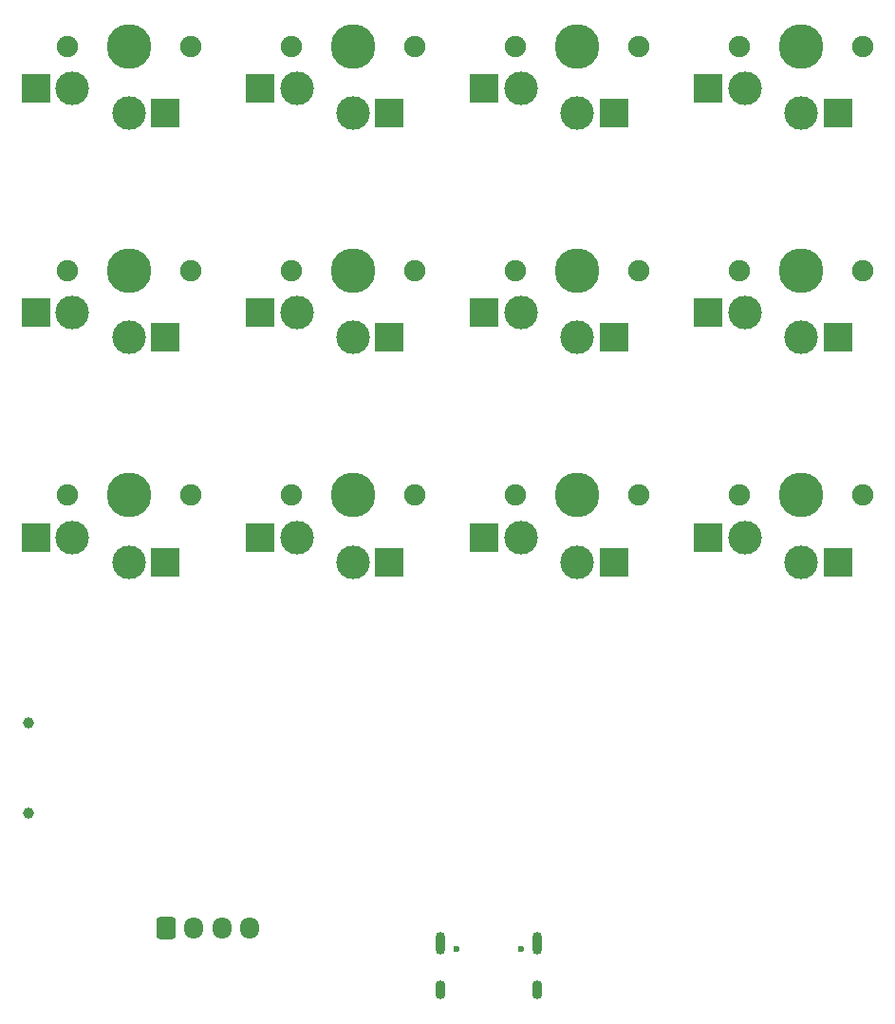
<source format=gbr>
%TF.GenerationSoftware,KiCad,Pcbnew,8.0.1*%
%TF.CreationDate,2024-09-01T11:50:54+02:00*%
%TF.ProjectId,Macro keyboard,4d616372-6f20-46b6-9579-626f6172642e,rev?*%
%TF.SameCoordinates,Original*%
%TF.FileFunction,Soldermask,Bot*%
%TF.FilePolarity,Negative*%
%FSLAX46Y46*%
G04 Gerber Fmt 4.6, Leading zero omitted, Abs format (unit mm)*
G04 Created by KiCad (PCBNEW 8.0.1) date 2024-09-01 11:50:54*
%MOMM*%
%LPD*%
G01*
G04 APERTURE LIST*
G04 Aperture macros list*
%AMRoundRect*
0 Rectangle with rounded corners*
0 $1 Rounding radius*
0 $2 $3 $4 $5 $6 $7 $8 $9 X,Y pos of 4 corners*
0 Add a 4 corners polygon primitive as box body*
4,1,4,$2,$3,$4,$5,$6,$7,$8,$9,$2,$3,0*
0 Add four circle primitives for the rounded corners*
1,1,$1+$1,$2,$3*
1,1,$1+$1,$4,$5*
1,1,$1+$1,$6,$7*
1,1,$1+$1,$8,$9*
0 Add four rect primitives between the rounded corners*
20,1,$1+$1,$2,$3,$4,$5,0*
20,1,$1+$1,$4,$5,$6,$7,0*
20,1,$1+$1,$6,$7,$8,$9,0*
20,1,$1+$1,$8,$9,$2,$3,0*%
G04 Aperture macros list end*
%ADD10RoundRect,0.250000X-0.600000X-0.725000X0.600000X-0.725000X0.600000X0.725000X-0.600000X0.725000X0*%
%ADD11O,1.700000X1.950000*%
%ADD12C,1.000000*%
%ADD13R,2.600000X2.600000*%
%ADD14C,1.900000*%
%ADD15C,3.000000*%
%ADD16C,3.987800*%
%ADD17O,0.900000X1.700000*%
%ADD18O,0.900000X2.000000*%
%ADD19C,0.600000*%
G04 APERTURE END LIST*
D10*
%TO.C,J16*%
X201050000Y-127800000D03*
D11*
X203550000Y-127800000D03*
X206050000Y-127800000D03*
X208550000Y-127800000D03*
%TD*%
D12*
%TO.C,J15*%
X188800000Y-117550000D03*
X188800000Y-109550000D03*
%TD*%
D13*
%TO.C,J13*%
X249475000Y-93000000D03*
X261025000Y-95200000D03*
D14*
X252250000Y-89250000D03*
D15*
X252750000Y-93000000D03*
X257750000Y-95200000D03*
D16*
X257750000Y-89250000D03*
D14*
X263250000Y-89250000D03*
%TD*%
D13*
%TO.C,J12*%
X249475000Y-73000000D03*
X261025000Y-75200000D03*
D14*
X252250000Y-69250000D03*
D15*
X252750000Y-73000000D03*
X257750000Y-75200000D03*
D16*
X257750000Y-69250000D03*
D14*
X263250000Y-69250000D03*
%TD*%
D13*
%TO.C,J11*%
X249475000Y-53000000D03*
X261025000Y-55200000D03*
D14*
X252250000Y-49250000D03*
D15*
X252750000Y-53000000D03*
X257750000Y-55200000D03*
D16*
X257750000Y-49250000D03*
D14*
X263250000Y-49250000D03*
%TD*%
D13*
%TO.C,J10*%
X229475000Y-93000000D03*
X241025000Y-95200000D03*
D14*
X232250000Y-89250000D03*
D15*
X232750000Y-93000000D03*
X237750000Y-95200000D03*
D16*
X237750000Y-89250000D03*
D14*
X243250000Y-89250000D03*
%TD*%
D13*
%TO.C,J9*%
X229475000Y-73000000D03*
X241025000Y-75200000D03*
D14*
X232250000Y-69250000D03*
D15*
X232750000Y-73000000D03*
X237750000Y-75200000D03*
D16*
X237750000Y-69250000D03*
D14*
X243250000Y-69250000D03*
%TD*%
D13*
%TO.C,J8*%
X229475000Y-53000000D03*
X241025000Y-55200000D03*
D14*
X232250000Y-49250000D03*
D15*
X232750000Y-53000000D03*
X237750000Y-55200000D03*
D16*
X237750000Y-49250000D03*
D14*
X243250000Y-49250000D03*
%TD*%
D13*
%TO.C,J7*%
X209475000Y-93000000D03*
X221025000Y-95200000D03*
D14*
X212250000Y-89250000D03*
D15*
X212750000Y-93000000D03*
X217750000Y-95200000D03*
D16*
X217750000Y-89250000D03*
D14*
X223250000Y-89250000D03*
%TD*%
D13*
%TO.C,J6*%
X209475000Y-73000000D03*
X221025000Y-75200000D03*
D14*
X212250000Y-69250000D03*
D15*
X212750000Y-73000000D03*
X217750000Y-75200000D03*
D16*
X217750000Y-69250000D03*
D14*
X223250000Y-69250000D03*
%TD*%
%TO.C,J5*%
X223250000Y-49250000D03*
D16*
X217750000Y-49250000D03*
D15*
X217750000Y-55200000D03*
X212750000Y-53000000D03*
D14*
X212250000Y-49250000D03*
D13*
X221025000Y-55200000D03*
X209475000Y-53000000D03*
%TD*%
%TO.C,J4*%
X189475000Y-93000000D03*
X201025000Y-95200000D03*
D14*
X192250000Y-89250000D03*
D15*
X192750000Y-93000000D03*
X197750000Y-95200000D03*
D16*
X197750000Y-89250000D03*
D14*
X203250000Y-89250000D03*
%TD*%
D13*
%TO.C,J3*%
X189475000Y-73000000D03*
X201025000Y-75200000D03*
D14*
X192250000Y-69250000D03*
D15*
X192750000Y-73000000D03*
X197750000Y-75200000D03*
D16*
X197750000Y-69250000D03*
D14*
X203250000Y-69250000D03*
%TD*%
%TO.C,J2*%
X203250000Y-49250000D03*
D16*
X197750000Y-49250000D03*
D15*
X197750000Y-55200000D03*
X192750000Y-53000000D03*
D14*
X192250000Y-49250000D03*
D13*
X201025000Y-55200000D03*
X189475000Y-53000000D03*
%TD*%
D17*
%TO.C,J1*%
X234225000Y-133350000D03*
D18*
X234225000Y-129170000D03*
D17*
X225575000Y-133350000D03*
D18*
X225575000Y-129170000D03*
D19*
X232790000Y-129660000D03*
X227010000Y-129660000D03*
%TD*%
M02*

</source>
